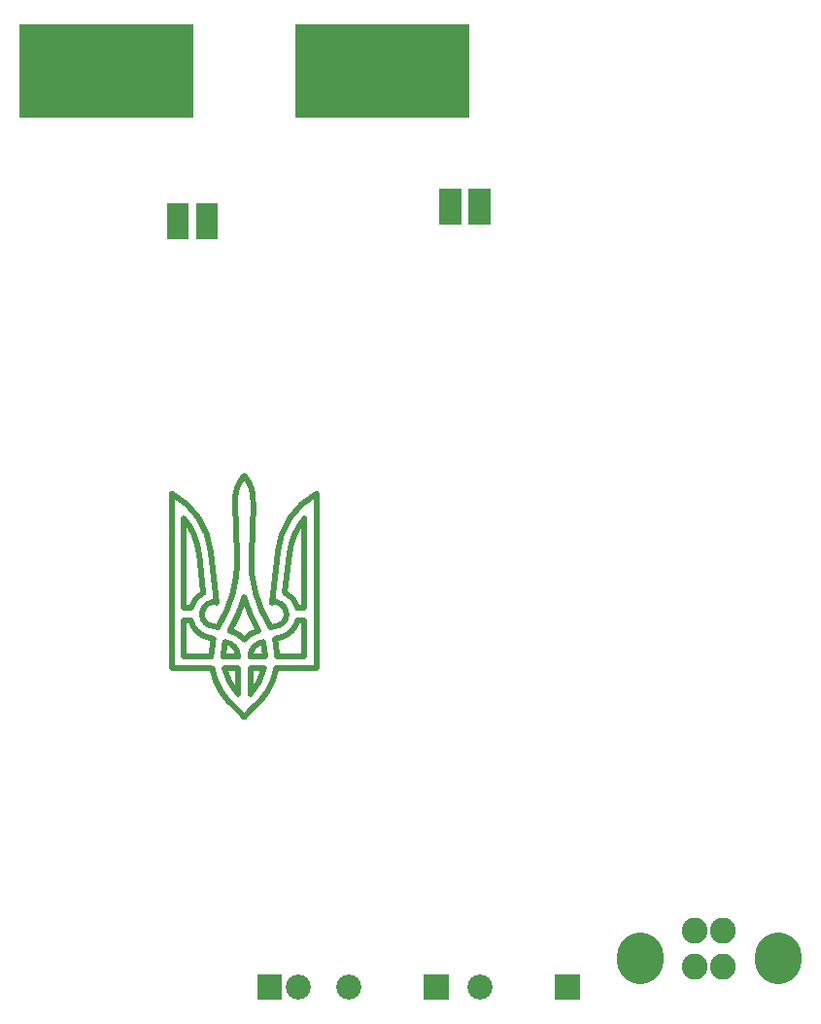
<source format=gbs>
G04 start of page 2 for group 9 layer_idx 9 *
G04 Title: (unknown), bottom_mask *
G04 Creator: pcb-rnd 3.1.5-dev *
G04 CreationDate: 2024-04-03 12:21:39 UTC *
G04 For: STEM4ukraine *
G04 Format: Gerber/RS-274X *
G04 PCB-Dimensions: 393701 393701 *
G04 PCB-Coordinate-Origin: lower left *
%MOIN*%
%FSLAX25Y25*%
%LNBOTTOM_MASK_NONE_9*%
%ADD46C,0.0210*%
%ADD45C,0.0860*%
%ADD44C,0.0001*%
%ADD43C,0.1595*%
%ADD42C,0.0887*%
G54D42*X351378Y29331D03*
Y16732D03*
G54D43*X332598Y20472D02*Y18898D01*
G54D44*G36*
X311938Y5543D02*X303338D01*
Y14143D01*
X311938D01*
Y5543D01*
G37*
G54D43*X380000Y20472D02*Y18898D01*
G54D42*X361220Y16732D03*
Y29331D03*
G54D45*X277638Y9843D03*
G54D44*G36*
X271363Y271117D02*X263873D01*
Y283528D01*
X271363D01*
Y271117D01*
G37*
G36*
X281363D02*X273873D01*
Y283528D01*
X281363D01*
Y271117D01*
G37*
G36*
X214267Y339867D02*X273922D01*
Y307771D01*
X214267D01*
Y339867D01*
G37*
G36*
X267095Y5543D02*X258495D01*
Y14143D01*
X267095D01*
Y5543D01*
G37*
G54D45*X232795Y9843D03*
G54D44*G36*
X209851Y14143D02*Y5543D01*
X201251D01*
Y14143D01*
X209851D01*
G37*
G54D45*X215551Y9843D03*
G54D44*G36*
X177859Y266196D02*X170369D01*
Y278607D01*
X177859D01*
Y266196D01*
G37*
G36*
X187859D02*X180369D01*
Y278607D01*
X187859D01*
Y266196D01*
G37*
G36*
X119779Y339867D02*X179434D01*
Y307771D01*
X119779D01*
Y339867D01*
G37*
G54D46*X217523Y139693D02*Y170366D01*
Y139693D02*X215208D01*
X217523Y135559D02*X215208D01*
X210815Y145060D02*X212397Y158419D01*
X221657Y178964D02*Y119023D01*
X207843Y119025D01*
X217523Y123157D02*Y135559D01*
X208222Y123157D02*X217523D01*
X207419Y129147D02*X209705Y129750D01*
X206264Y141669D02*X208297Y158892D01*
X205948Y133078D02*X208581Y133734D01*
X176184Y170366D02*Y139693D01*
X182892Y145060D02*X181310Y158419D01*
X187443Y141669D02*X185410Y158892D01*
X172050Y178964D02*Y119023D01*
X176184Y135559D02*Y123157D01*
X178499Y139693D02*X176184D01*
X178499Y135559D02*X176184D01*
X185485Y123157D02*X176184D01*
X186288Y129147D02*X184002Y129750D01*
X187759Y133078D02*X185126Y133734D01*
X193794Y175891D02*X194456Y157551D01*
X199913Y175891D02*X199251Y157551D01*
X194787Y123157D02*X189619D01*
X185485Y119023D02*X172050D01*
X194787D02*X190074D01*
X204088Y123157D02*X198920D01*
X194787Y119023D02*Y110301D01*
X203633Y119023D02*X198920D01*
Y110301D01*
X172050Y178964D02*G75*G02X185410Y158892I-12402J-22736D01*G01*
X185126Y133734D02*G75*G02X187445Y141655I1393J3892D01*G01*
X178513Y139689D02*G75*G02X182893Y145056I8006J-2063D01*G01*
X184002Y129750D02*G75*G02X178513Y135562I2517J7875D01*G01*
X176188Y170375D02*G75*G02X181303Y158418I-16540J-14147D01*G01*
X221657Y178964D02*G75*G03X208297Y158892I12402J-22736D01*G01*
X215194Y139689D02*G75*G03X210814Y145056I-8006J-2063D01*G01*
X217519Y170375D02*G75*G03X212404Y158418I16540J-14147D01*G01*
X193794Y175891D02*G75*G02X196857Y185105I12361J1007D01*G01*
X187743Y133089D02*G75*G03X194461Y157551I-36362J23139D01*G01*
X194787Y123157D02*G75*G03X190279Y128097I-4961J0D01*G01*
X189619Y123157D02*G75*G02X190287Y128095I18602J0D01*G01*
X196850Y102362D02*G75*G03X194494Y105032I-7231J-4008D01*G01*
X196857Y102362D02*G75*G02X199213Y105032I7231J-4008D01*G01*
X198926Y110296D02*G75*G03X203623Y119026I-13440J12861D01*G01*
X194781Y110296D02*G75*G02X190084Y119026I13440J12861D01*G01*
X199212Y105032D02*G75*G03X207843Y119025I-13727J18125D01*G01*
X185485Y123157D02*G75*G02X186288Y129146I22736J0D01*G01*
X194495Y105032D02*G75*G02X185864Y119025I13727J18125D01*G01*
X199913Y175891D02*G75*G03X196850Y185105I-12361J1007D01*G01*
X191931Y132005D02*G75*G03X196858Y143465I-40550J24223D01*G01*
X196846Y128939D02*G75*G03X191934Y132004I-7020J-5781D01*G01*
X201776Y132005D02*G75*G02X196849Y143465I40550J24223D01*G01*
X208581Y133734D02*G75*G03X206262Y141655I-1393J3892D01*G01*
X198920Y123157D02*G75*G02X203428Y128097I4961J0D01*G01*
X196861Y128939D02*G75*G02X201773Y132004I7020J-5781D01*G01*
X204088Y123157D02*G75*G03X203420Y128095I-18602J0D01*G01*
X209705Y129750D02*G75*G03X215194Y135562I-2517J7875D01*G01*
X208222Y123157D02*G75*G03X207419Y129146I-22736J0D01*G01*
X205964Y133089D02*G75*G02X199246Y157551I36362J23139D01*G01*
M02*

</source>
